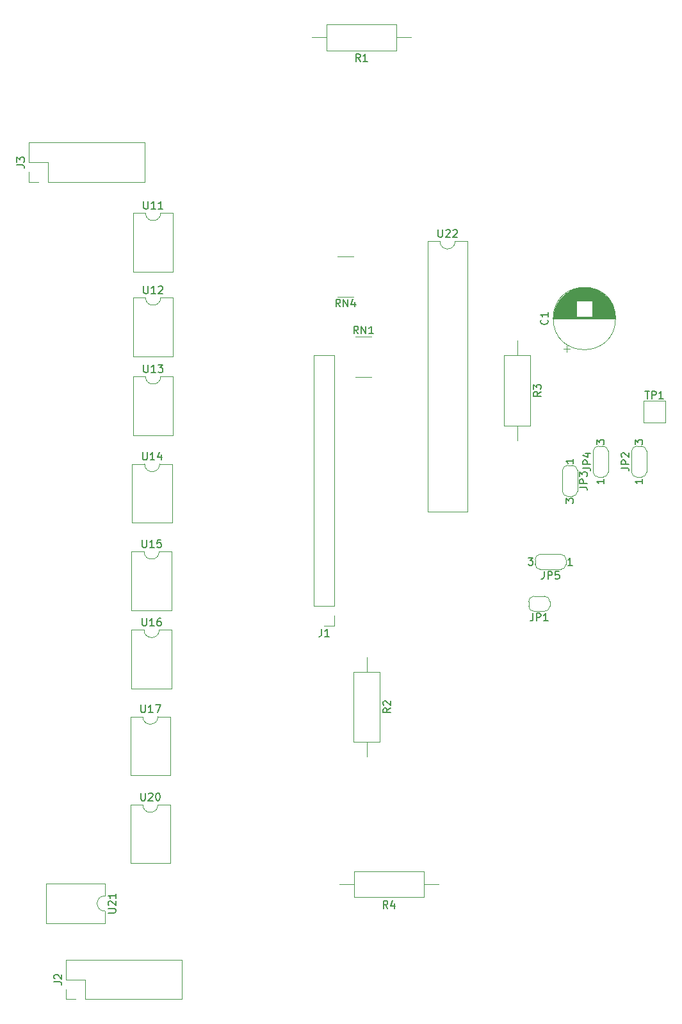
<source format=gbr>
%TF.GenerationSoftware,KiCad,Pcbnew,(5.1.9-0-10_14)*%
%TF.CreationDate,2021-02-14T15:56:36+00:00*%
%TF.ProjectId,solar_mux_1,736f6c61-725f-46d7-9578-5f312e6b6963,rev?*%
%TF.SameCoordinates,Original*%
%TF.FileFunction,Legend,Top*%
%TF.FilePolarity,Positive*%
%FSLAX46Y46*%
G04 Gerber Fmt 4.6, Leading zero omitted, Abs format (unit mm)*
G04 Created by KiCad (PCBNEW (5.1.9-0-10_14)) date 2021-02-14 15:56:36*
%MOMM*%
%LPD*%
G01*
G04 APERTURE LIST*
%ADD10C,0.120000*%
%ADD11C,0.150000*%
G04 APERTURE END LIST*
D10*
%TO.C,C1*%
X-180919000Y-122829000D02*
G75*
G03*
X-180919000Y-122829000I-4120000J0D01*
G01*
X-189119000Y-122829000D02*
X-180959000Y-122829000D01*
X-189119000Y-122789000D02*
X-180959000Y-122789000D01*
X-189119000Y-122749000D02*
X-180959000Y-122749000D01*
X-189118000Y-122709000D02*
X-180960000Y-122709000D01*
X-189116000Y-122669000D02*
X-180962000Y-122669000D01*
X-189115000Y-122629000D02*
X-180963000Y-122629000D01*
X-189113000Y-122589000D02*
X-186079000Y-122589000D01*
X-183999000Y-122589000D02*
X-180965000Y-122589000D01*
X-189110000Y-122549000D02*
X-186079000Y-122549000D01*
X-183999000Y-122549000D02*
X-180968000Y-122549000D01*
X-189107000Y-122509000D02*
X-186079000Y-122509000D01*
X-183999000Y-122509000D02*
X-180971000Y-122509000D01*
X-189104000Y-122469000D02*
X-186079000Y-122469000D01*
X-183999000Y-122469000D02*
X-180974000Y-122469000D01*
X-189100000Y-122429000D02*
X-186079000Y-122429000D01*
X-183999000Y-122429000D02*
X-180978000Y-122429000D01*
X-189096000Y-122389000D02*
X-186079000Y-122389000D01*
X-183999000Y-122389000D02*
X-180982000Y-122389000D01*
X-189091000Y-122349000D02*
X-186079000Y-122349000D01*
X-183999000Y-122349000D02*
X-180987000Y-122349000D01*
X-189087000Y-122309000D02*
X-186079000Y-122309000D01*
X-183999000Y-122309000D02*
X-180991000Y-122309000D01*
X-189081000Y-122269000D02*
X-186079000Y-122269000D01*
X-183999000Y-122269000D02*
X-180997000Y-122269000D01*
X-189076000Y-122229000D02*
X-186079000Y-122229000D01*
X-183999000Y-122229000D02*
X-181002000Y-122229000D01*
X-189069000Y-122189000D02*
X-186079000Y-122189000D01*
X-183999000Y-122189000D02*
X-181009000Y-122189000D01*
X-189063000Y-122149000D02*
X-186079000Y-122149000D01*
X-183999000Y-122149000D02*
X-181015000Y-122149000D01*
X-189056000Y-122108000D02*
X-186079000Y-122108000D01*
X-183999000Y-122108000D02*
X-181022000Y-122108000D01*
X-189049000Y-122068000D02*
X-186079000Y-122068000D01*
X-183999000Y-122068000D02*
X-181029000Y-122068000D01*
X-189041000Y-122028000D02*
X-186079000Y-122028000D01*
X-183999000Y-122028000D02*
X-181037000Y-122028000D01*
X-189033000Y-121988000D02*
X-186079000Y-121988000D01*
X-183999000Y-121988000D02*
X-181045000Y-121988000D01*
X-189024000Y-121948000D02*
X-186079000Y-121948000D01*
X-183999000Y-121948000D02*
X-181054000Y-121948000D01*
X-189015000Y-121908000D02*
X-186079000Y-121908000D01*
X-183999000Y-121908000D02*
X-181063000Y-121908000D01*
X-189006000Y-121868000D02*
X-186079000Y-121868000D01*
X-183999000Y-121868000D02*
X-181072000Y-121868000D01*
X-188996000Y-121828000D02*
X-186079000Y-121828000D01*
X-183999000Y-121828000D02*
X-181082000Y-121828000D01*
X-188986000Y-121788000D02*
X-186079000Y-121788000D01*
X-183999000Y-121788000D02*
X-181092000Y-121788000D01*
X-188975000Y-121748000D02*
X-186079000Y-121748000D01*
X-183999000Y-121748000D02*
X-181103000Y-121748000D01*
X-188964000Y-121708000D02*
X-186079000Y-121708000D01*
X-183999000Y-121708000D02*
X-181114000Y-121708000D01*
X-188953000Y-121668000D02*
X-186079000Y-121668000D01*
X-183999000Y-121668000D02*
X-181125000Y-121668000D01*
X-188941000Y-121628000D02*
X-186079000Y-121628000D01*
X-183999000Y-121628000D02*
X-181137000Y-121628000D01*
X-188928000Y-121588000D02*
X-186079000Y-121588000D01*
X-183999000Y-121588000D02*
X-181150000Y-121588000D01*
X-188916000Y-121548000D02*
X-186079000Y-121548000D01*
X-183999000Y-121548000D02*
X-181162000Y-121548000D01*
X-188902000Y-121508000D02*
X-186079000Y-121508000D01*
X-183999000Y-121508000D02*
X-181176000Y-121508000D01*
X-188889000Y-121468000D02*
X-186079000Y-121468000D01*
X-183999000Y-121468000D02*
X-181189000Y-121468000D01*
X-188874000Y-121428000D02*
X-186079000Y-121428000D01*
X-183999000Y-121428000D02*
X-181204000Y-121428000D01*
X-188860000Y-121388000D02*
X-186079000Y-121388000D01*
X-183999000Y-121388000D02*
X-181218000Y-121388000D01*
X-188844000Y-121348000D02*
X-186079000Y-121348000D01*
X-183999000Y-121348000D02*
X-181234000Y-121348000D01*
X-188829000Y-121308000D02*
X-186079000Y-121308000D01*
X-183999000Y-121308000D02*
X-181249000Y-121308000D01*
X-188813000Y-121268000D02*
X-186079000Y-121268000D01*
X-183999000Y-121268000D02*
X-181265000Y-121268000D01*
X-188796000Y-121228000D02*
X-186079000Y-121228000D01*
X-183999000Y-121228000D02*
X-181282000Y-121228000D01*
X-188779000Y-121188000D02*
X-186079000Y-121188000D01*
X-183999000Y-121188000D02*
X-181299000Y-121188000D01*
X-188761000Y-121148000D02*
X-186079000Y-121148000D01*
X-183999000Y-121148000D02*
X-181317000Y-121148000D01*
X-188743000Y-121108000D02*
X-186079000Y-121108000D01*
X-183999000Y-121108000D02*
X-181335000Y-121108000D01*
X-188725000Y-121068000D02*
X-186079000Y-121068000D01*
X-183999000Y-121068000D02*
X-181353000Y-121068000D01*
X-188705000Y-121028000D02*
X-186079000Y-121028000D01*
X-183999000Y-121028000D02*
X-181373000Y-121028000D01*
X-188686000Y-120988000D02*
X-186079000Y-120988000D01*
X-183999000Y-120988000D02*
X-181392000Y-120988000D01*
X-188666000Y-120948000D02*
X-186079000Y-120948000D01*
X-183999000Y-120948000D02*
X-181412000Y-120948000D01*
X-188645000Y-120908000D02*
X-186079000Y-120908000D01*
X-183999000Y-120908000D02*
X-181433000Y-120908000D01*
X-188623000Y-120868000D02*
X-186079000Y-120868000D01*
X-183999000Y-120868000D02*
X-181455000Y-120868000D01*
X-188601000Y-120828000D02*
X-186079000Y-120828000D01*
X-183999000Y-120828000D02*
X-181477000Y-120828000D01*
X-188579000Y-120788000D02*
X-186079000Y-120788000D01*
X-183999000Y-120788000D02*
X-181499000Y-120788000D01*
X-188556000Y-120748000D02*
X-186079000Y-120748000D01*
X-183999000Y-120748000D02*
X-181522000Y-120748000D01*
X-188532000Y-120708000D02*
X-186079000Y-120708000D01*
X-183999000Y-120708000D02*
X-181546000Y-120708000D01*
X-188508000Y-120668000D02*
X-186079000Y-120668000D01*
X-183999000Y-120668000D02*
X-181570000Y-120668000D01*
X-188483000Y-120628000D02*
X-186079000Y-120628000D01*
X-183999000Y-120628000D02*
X-181595000Y-120628000D01*
X-188457000Y-120588000D02*
X-186079000Y-120588000D01*
X-183999000Y-120588000D02*
X-181621000Y-120588000D01*
X-188431000Y-120548000D02*
X-186079000Y-120548000D01*
X-183999000Y-120548000D02*
X-181647000Y-120548000D01*
X-188404000Y-120508000D02*
X-181674000Y-120508000D01*
X-188377000Y-120468000D02*
X-181701000Y-120468000D01*
X-188348000Y-120428000D02*
X-181730000Y-120428000D01*
X-188319000Y-120388000D02*
X-181759000Y-120388000D01*
X-188289000Y-120348000D02*
X-181789000Y-120348000D01*
X-188259000Y-120308000D02*
X-181819000Y-120308000D01*
X-188228000Y-120268000D02*
X-181850000Y-120268000D01*
X-188195000Y-120228000D02*
X-181883000Y-120228000D01*
X-188163000Y-120188000D02*
X-181915000Y-120188000D01*
X-188129000Y-120148000D02*
X-181949000Y-120148000D01*
X-188094000Y-120108000D02*
X-181984000Y-120108000D01*
X-188058000Y-120068000D02*
X-182020000Y-120068000D01*
X-188022000Y-120028000D02*
X-182056000Y-120028000D01*
X-187984000Y-119988000D02*
X-182094000Y-119988000D01*
X-187946000Y-119948000D02*
X-182132000Y-119948000D01*
X-187906000Y-119908000D02*
X-182172000Y-119908000D01*
X-187865000Y-119868000D02*
X-182213000Y-119868000D01*
X-187823000Y-119828000D02*
X-182255000Y-119828000D01*
X-187780000Y-119788000D02*
X-182298000Y-119788000D01*
X-187736000Y-119748000D02*
X-182342000Y-119748000D01*
X-187690000Y-119708000D02*
X-182388000Y-119708000D01*
X-187643000Y-119668000D02*
X-182435000Y-119668000D01*
X-187595000Y-119628000D02*
X-182483000Y-119628000D01*
X-187544000Y-119588000D02*
X-182534000Y-119588000D01*
X-187493000Y-119548000D02*
X-182585000Y-119548000D01*
X-187439000Y-119508000D02*
X-182639000Y-119508000D01*
X-187384000Y-119468000D02*
X-182694000Y-119468000D01*
X-187326000Y-119428000D02*
X-182752000Y-119428000D01*
X-187267000Y-119388000D02*
X-182811000Y-119388000D01*
X-187205000Y-119348000D02*
X-182873000Y-119348000D01*
X-187141000Y-119308000D02*
X-182937000Y-119308000D01*
X-187073000Y-119268000D02*
X-183005000Y-119268000D01*
X-187003000Y-119228000D02*
X-183075000Y-119228000D01*
X-186929000Y-119188000D02*
X-183149000Y-119188000D01*
X-186852000Y-119148000D02*
X-183226000Y-119148000D01*
X-186770000Y-119108000D02*
X-183308000Y-119108000D01*
X-186684000Y-119068000D02*
X-183394000Y-119068000D01*
X-186591000Y-119028000D02*
X-183487000Y-119028000D01*
X-186492000Y-118988000D02*
X-183586000Y-118988000D01*
X-186385000Y-118948000D02*
X-183693000Y-118948000D01*
X-186268000Y-118908000D02*
X-183810000Y-118908000D01*
X-186137000Y-118868000D02*
X-183941000Y-118868000D01*
X-185987000Y-118828000D02*
X-184091000Y-118828000D01*
X-185807000Y-118788000D02*
X-184271000Y-118788000D01*
X-185572000Y-118748000D02*
X-184506000Y-118748000D01*
X-187354000Y-127238698D02*
X-187354000Y-126438698D01*
X-187754000Y-126838698D02*
X-186954000Y-126838698D01*
%TO.C,J1*%
X-218126000Y-127702000D02*
X-220786000Y-127702000D01*
X-218126000Y-160782000D02*
X-218126000Y-127702000D01*
X-220786000Y-160782000D02*
X-220786000Y-127702000D01*
X-218126000Y-160782000D02*
X-220786000Y-160782000D01*
X-218126000Y-162052000D02*
X-218126000Y-163382000D01*
X-218126000Y-163382000D02*
X-219456000Y-163382000D01*
%TO.C,J2*%
X-238242800Y-212708800D02*
X-238242800Y-207508800D01*
X-251002800Y-212708800D02*
X-238242800Y-212708800D01*
X-253602800Y-207508800D02*
X-238242800Y-207508800D01*
X-251002800Y-212708800D02*
X-251002800Y-210108800D01*
X-251002800Y-210108800D02*
X-253602800Y-210108800D01*
X-253602800Y-210108800D02*
X-253602800Y-207508800D01*
X-252272800Y-212708800D02*
X-253602800Y-212708800D01*
X-253602800Y-212708800D02*
X-253602800Y-211378800D01*
%TO.C,J3*%
X-258530400Y-104809600D02*
X-258530400Y-103479600D01*
X-257200400Y-104809600D02*
X-258530400Y-104809600D01*
X-258530400Y-102209600D02*
X-258530400Y-99609600D01*
X-255930400Y-102209600D02*
X-258530400Y-102209600D01*
X-255930400Y-104809600D02*
X-255930400Y-102209600D01*
X-258530400Y-99609600D02*
X-243170400Y-99609600D01*
X-255930400Y-104809600D02*
X-243170400Y-104809600D01*
X-243170400Y-104809600D02*
X-243170400Y-99609600D01*
%TO.C,JP1*%
X-189608000Y-160202600D02*
X-189608000Y-160802600D01*
X-191708000Y-159502600D02*
X-190308000Y-159502600D01*
X-192408000Y-160802600D02*
X-192408000Y-160202600D01*
X-190308000Y-161502600D02*
X-191708000Y-161502600D01*
X-191708000Y-161502600D02*
G75*
G02*
X-192408000Y-160802600I0J700000D01*
G01*
X-192408000Y-160202600D02*
G75*
G02*
X-191708000Y-159502600I700000J0D01*
G01*
X-190308000Y-159502600D02*
G75*
G02*
X-189608000Y-160202600I0J-700000D01*
G01*
X-189608000Y-160802600D02*
G75*
G02*
X-190308000Y-161502600I-700000J0D01*
G01*
%TO.C,JP2*%
X-178800000Y-143132000D02*
X-178800000Y-140332000D01*
X-178100000Y-139682000D02*
X-177500000Y-139682000D01*
X-176800000Y-140332000D02*
X-176800000Y-143132000D01*
X-177500000Y-143782000D02*
X-178100000Y-143782000D01*
X-178100000Y-143782000D02*
G75*
G02*
X-178800000Y-143082000I0J700000D01*
G01*
X-176800000Y-143082000D02*
G75*
G02*
X-177500000Y-143782000I-700000J0D01*
G01*
X-177500000Y-139682000D02*
G75*
G02*
X-176800000Y-140382000I0J-700000D01*
G01*
X-178800000Y-140382000D02*
G75*
G02*
X-178100000Y-139682000I700000J0D01*
G01*
%TO.C,JP3*%
X-187244000Y-142222000D02*
X-186644000Y-142222000D01*
X-187944000Y-145672000D02*
X-187944000Y-142872000D01*
X-186644000Y-146322000D02*
X-187244000Y-146322000D01*
X-185944000Y-142872000D02*
X-185944000Y-145672000D01*
X-185944000Y-145622000D02*
G75*
G02*
X-186644000Y-146322000I-700000J0D01*
G01*
X-187244000Y-146322000D02*
G75*
G02*
X-187944000Y-145622000I0J700000D01*
G01*
X-187944000Y-142922000D02*
G75*
G02*
X-187244000Y-142222000I700000J0D01*
G01*
X-186644000Y-142222000D02*
G75*
G02*
X-185944000Y-142922000I0J-700000D01*
G01*
%TO.C,JP4*%
X-183880000Y-143132000D02*
X-183880000Y-140332000D01*
X-183180000Y-139682000D02*
X-182580000Y-139682000D01*
X-181880000Y-140332000D02*
X-181880000Y-143132000D01*
X-182580000Y-143782000D02*
X-183180000Y-143782000D01*
X-183180000Y-143782000D02*
G75*
G02*
X-183880000Y-143082000I0J700000D01*
G01*
X-181880000Y-143082000D02*
G75*
G02*
X-182580000Y-143782000I-700000J0D01*
G01*
X-182580000Y-139682000D02*
G75*
G02*
X-181880000Y-140382000I0J-700000D01*
G01*
X-183880000Y-140382000D02*
G75*
G02*
X-183180000Y-139682000I700000J0D01*
G01*
%TO.C,JP5*%
X-187459400Y-154665400D02*
X-187459400Y-155265400D01*
X-190909400Y-153965400D02*
X-188109400Y-153965400D01*
X-191559400Y-155265400D02*
X-191559400Y-154665400D01*
X-188109400Y-155965400D02*
X-190909400Y-155965400D01*
X-190859400Y-155965400D02*
G75*
G02*
X-191559400Y-155265400I0J700000D01*
G01*
X-191559400Y-154665400D02*
G75*
G02*
X-190859400Y-153965400I700000J0D01*
G01*
X-188159400Y-153965400D02*
G75*
G02*
X-187459400Y-154665400I0J-700000D01*
G01*
X-187459400Y-155265400D02*
G75*
G02*
X-188159400Y-155965400I-700000J0D01*
G01*
%TO.C,R1*%
X-209883000Y-87445000D02*
X-209883000Y-84005000D01*
X-209883000Y-84005000D02*
X-219123000Y-84005000D01*
X-219123000Y-84005000D02*
X-219123000Y-87445000D01*
X-219123000Y-87445000D02*
X-209883000Y-87445000D01*
X-207923000Y-85725000D02*
X-209883000Y-85725000D01*
X-221083000Y-85725000D02*
X-219123000Y-85725000D01*
%TO.C,R2*%
X-213817200Y-180697000D02*
X-213817200Y-178737000D01*
X-213817200Y-167537000D02*
X-213817200Y-169497000D01*
X-212097200Y-178737000D02*
X-212097200Y-169497000D01*
X-215537200Y-178737000D02*
X-212097200Y-178737000D01*
X-215537200Y-169497000D02*
X-215537200Y-178737000D01*
X-212097200Y-169497000D02*
X-215537200Y-169497000D01*
%TO.C,R3*%
X-193929000Y-138914000D02*
X-193929000Y-136954000D01*
X-193929000Y-125754000D02*
X-193929000Y-127714000D01*
X-192209000Y-136954000D02*
X-192209000Y-127714000D01*
X-195649000Y-136954000D02*
X-192209000Y-136954000D01*
X-195649000Y-127714000D02*
X-195649000Y-136954000D01*
X-192209000Y-127714000D02*
X-195649000Y-127714000D01*
%TO.C,R4*%
X-206250800Y-199255800D02*
X-206250800Y-195815800D01*
X-206250800Y-195815800D02*
X-215490800Y-195815800D01*
X-215490800Y-195815800D02*
X-215490800Y-199255800D01*
X-215490800Y-199255800D02*
X-206250800Y-199255800D01*
X-204290800Y-197535800D02*
X-206250800Y-197535800D01*
X-217450800Y-197535800D02*
X-215490800Y-197535800D01*
%TO.C,RN1*%
X-213199000Y-125219000D02*
X-215299000Y-125219000D01*
X-213199000Y-130559000D02*
X-215299000Y-130559000D01*
%TO.C,RN4*%
X-217668820Y-114667840D02*
X-215568820Y-114667840D01*
X-217668820Y-120007840D02*
X-215568820Y-120007840D01*
%TO.C,TP1*%
X-177218000Y-133678000D02*
X-174318000Y-133678000D01*
X-174318000Y-133678000D02*
X-174318000Y-136578000D01*
X-174318000Y-136578000D02*
X-177218000Y-136578000D01*
X-177218000Y-136578000D02*
X-177218000Y-133678000D01*
%TO.C,U11*%
X-239412000Y-108906000D02*
X-241062000Y-108906000D01*
X-239412000Y-116646000D02*
X-239412000Y-108906000D01*
X-244712000Y-116646000D02*
X-239412000Y-116646000D01*
X-244712000Y-108906000D02*
X-244712000Y-116646000D01*
X-243062000Y-108906000D02*
X-244712000Y-108906000D01*
X-241062000Y-108906000D02*
G75*
G02*
X-243062000Y-108906000I-1000000J0D01*
G01*
%TO.C,U12*%
X-243062000Y-120082000D02*
X-244712000Y-120082000D01*
X-244712000Y-120082000D02*
X-244712000Y-127822000D01*
X-244712000Y-127822000D02*
X-239412000Y-127822000D01*
X-239412000Y-127822000D02*
X-239412000Y-120082000D01*
X-239412000Y-120082000D02*
X-241062000Y-120082000D01*
X-241062000Y-120082000D02*
G75*
G02*
X-243062000Y-120082000I-1000000J0D01*
G01*
%TO.C,U13*%
X-239412000Y-130496000D02*
X-241062000Y-130496000D01*
X-239412000Y-138236000D02*
X-239412000Y-130496000D01*
X-244712000Y-138236000D02*
X-239412000Y-138236000D01*
X-244712000Y-130496000D02*
X-244712000Y-138236000D01*
X-243062000Y-130496000D02*
X-244712000Y-130496000D01*
X-241062000Y-130496000D02*
G75*
G02*
X-243062000Y-130496000I-1000000J0D01*
G01*
%TO.C,U14*%
X-243189000Y-142053000D02*
X-244839000Y-142053000D01*
X-244839000Y-142053000D02*
X-244839000Y-149793000D01*
X-244839000Y-149793000D02*
X-239539000Y-149793000D01*
X-239539000Y-149793000D02*
X-239539000Y-142053000D01*
X-239539000Y-142053000D02*
X-241189000Y-142053000D01*
X-241189000Y-142053000D02*
G75*
G02*
X-243189000Y-142053000I-1000000J0D01*
G01*
%TO.C,U15*%
X-239602500Y-153610000D02*
X-241252500Y-153610000D01*
X-239602500Y-161350000D02*
X-239602500Y-153610000D01*
X-244902500Y-161350000D02*
X-239602500Y-161350000D01*
X-244902500Y-153610000D02*
X-244902500Y-161350000D01*
X-243252500Y-153610000D02*
X-244902500Y-153610000D01*
X-241252500Y-153610000D02*
G75*
G02*
X-243252500Y-153610000I-1000000J0D01*
G01*
%TO.C,U16*%
X-243252500Y-163960500D02*
X-244902500Y-163960500D01*
X-244902500Y-163960500D02*
X-244902500Y-171700500D01*
X-244902500Y-171700500D02*
X-239602500Y-171700500D01*
X-239602500Y-171700500D02*
X-239602500Y-163960500D01*
X-239602500Y-163960500D02*
X-241252500Y-163960500D01*
X-241252500Y-163960500D02*
G75*
G02*
X-243252500Y-163960500I-1000000J0D01*
G01*
%TO.C,U17*%
X-243417600Y-175403200D02*
X-245067600Y-175403200D01*
X-245067600Y-175403200D02*
X-245067600Y-183143200D01*
X-245067600Y-183143200D02*
X-239767600Y-183143200D01*
X-239767600Y-183143200D02*
X-239767600Y-175403200D01*
X-239767600Y-175403200D02*
X-241417600Y-175403200D01*
X-241417600Y-175403200D02*
G75*
G02*
X-243417600Y-175403200I-1000000J0D01*
G01*
%TO.C,U20*%
X-239767600Y-187036400D02*
X-241417600Y-187036400D01*
X-239767600Y-194776400D02*
X-239767600Y-187036400D01*
X-245067600Y-194776400D02*
X-239767600Y-194776400D01*
X-245067600Y-187036400D02*
X-245067600Y-194776400D01*
X-243417600Y-187036400D02*
X-245067600Y-187036400D01*
X-241417600Y-187036400D02*
G75*
G02*
X-243417600Y-187036400I-1000000J0D01*
G01*
%TO.C,U21*%
X-248453600Y-199075800D02*
X-248453600Y-197425800D01*
X-248453600Y-197425800D02*
X-256193600Y-197425800D01*
X-256193600Y-197425800D02*
X-256193600Y-202725800D01*
X-256193600Y-202725800D02*
X-248453600Y-202725800D01*
X-248453600Y-202725800D02*
X-248453600Y-201075800D01*
X-248453600Y-201075800D02*
G75*
G02*
X-248453600Y-199075800I0J1000000D01*
G01*
%TO.C,U22*%
X-204128880Y-112649960D02*
X-205778880Y-112649960D01*
X-205778880Y-112649960D02*
X-205778880Y-148329960D01*
X-205778880Y-148329960D02*
X-200478880Y-148329960D01*
X-200478880Y-148329960D02*
X-200478880Y-112649960D01*
X-200478880Y-112649960D02*
X-202128880Y-112649960D01*
X-202128880Y-112649960D02*
G75*
G02*
X-204128880Y-112649960I-1000000J0D01*
G01*
%TO.C,C1*%
D11*
X-189931857Y-122995666D02*
X-189884238Y-123043285D01*
X-189836619Y-123186142D01*
X-189836619Y-123281380D01*
X-189884238Y-123424238D01*
X-189979476Y-123519476D01*
X-190074714Y-123567095D01*
X-190265190Y-123614714D01*
X-190408047Y-123614714D01*
X-190598523Y-123567095D01*
X-190693761Y-123519476D01*
X-190789000Y-123424238D01*
X-190836619Y-123281380D01*
X-190836619Y-123186142D01*
X-190789000Y-123043285D01*
X-190741380Y-122995666D01*
X-189836619Y-122043285D02*
X-189836619Y-122614714D01*
X-189836619Y-122329000D02*
X-190836619Y-122329000D01*
X-190693761Y-122424238D01*
X-190598523Y-122519476D01*
X-190550904Y-122614714D01*
%TO.C,J1*%
X-219789333Y-163834380D02*
X-219789333Y-164548666D01*
X-219836952Y-164691523D01*
X-219932190Y-164786761D01*
X-220075047Y-164834380D01*
X-220170285Y-164834380D01*
X-218789333Y-164834380D02*
X-219360761Y-164834380D01*
X-219075047Y-164834380D02*
X-219075047Y-163834380D01*
X-219170285Y-163977238D01*
X-219265523Y-164072476D01*
X-219360761Y-164120095D01*
%TO.C,J2*%
X-255150419Y-210442133D02*
X-254436133Y-210442133D01*
X-254293276Y-210489752D01*
X-254198038Y-210584990D01*
X-254150419Y-210727847D01*
X-254150419Y-210823085D01*
X-255055180Y-210013561D02*
X-255102800Y-209965942D01*
X-255150419Y-209870704D01*
X-255150419Y-209632609D01*
X-255102800Y-209537371D01*
X-255055180Y-209489752D01*
X-254959942Y-209442133D01*
X-254864704Y-209442133D01*
X-254721847Y-209489752D01*
X-254150419Y-210061180D01*
X-254150419Y-209442133D01*
%TO.C,J3*%
X-260078019Y-102542933D02*
X-259363733Y-102542933D01*
X-259220876Y-102590552D01*
X-259125638Y-102685790D01*
X-259078019Y-102828647D01*
X-259078019Y-102923885D01*
X-260078019Y-102161980D02*
X-260078019Y-101542933D01*
X-259697066Y-101876266D01*
X-259697066Y-101733409D01*
X-259649447Y-101638171D01*
X-259601828Y-101590552D01*
X-259506590Y-101542933D01*
X-259268495Y-101542933D01*
X-259173257Y-101590552D01*
X-259125638Y-101638171D01*
X-259078019Y-101733409D01*
X-259078019Y-102019123D01*
X-259125638Y-102114361D01*
X-259173257Y-102161980D01*
%TO.C,JP1*%
X-191841333Y-161754980D02*
X-191841333Y-162469266D01*
X-191888952Y-162612123D01*
X-191984190Y-162707361D01*
X-192127047Y-162754980D01*
X-192222285Y-162754980D01*
X-191365142Y-162754980D02*
X-191365142Y-161754980D01*
X-190984190Y-161754980D01*
X-190888952Y-161802600D01*
X-190841333Y-161850219D01*
X-190793714Y-161945457D01*
X-190793714Y-162088314D01*
X-190841333Y-162183552D01*
X-190888952Y-162231171D01*
X-190984190Y-162278790D01*
X-191365142Y-162278790D01*
X-189841333Y-162754980D02*
X-190412761Y-162754980D01*
X-190127047Y-162754980D02*
X-190127047Y-161754980D01*
X-190222285Y-161897838D01*
X-190317523Y-161993076D01*
X-190412761Y-162040695D01*
%TO.C,JP2*%
X-180147619Y-142565333D02*
X-179433333Y-142565333D01*
X-179290476Y-142612952D01*
X-179195238Y-142708190D01*
X-179147619Y-142851047D01*
X-179147619Y-142946285D01*
X-179147619Y-142089142D02*
X-180147619Y-142089142D01*
X-180147619Y-141708190D01*
X-180100000Y-141612952D01*
X-180052380Y-141565333D01*
X-179957142Y-141517714D01*
X-179814285Y-141517714D01*
X-179719047Y-141565333D01*
X-179671428Y-141612952D01*
X-179623809Y-141708190D01*
X-179623809Y-142089142D01*
X-180052380Y-141136761D02*
X-180100000Y-141089142D01*
X-180147619Y-140993904D01*
X-180147619Y-140755809D01*
X-180100000Y-140660571D01*
X-180052380Y-140612952D01*
X-179957142Y-140565333D01*
X-179861904Y-140565333D01*
X-179719047Y-140612952D01*
X-179147619Y-141184380D01*
X-179147619Y-140565333D01*
X-177347619Y-144046285D02*
X-177347619Y-144617714D01*
X-177347619Y-144332000D02*
X-178347619Y-144332000D01*
X-178204761Y-144427238D01*
X-178109523Y-144522476D01*
X-178061904Y-144617714D01*
X-178347619Y-139465333D02*
X-178347619Y-138846285D01*
X-177966666Y-139179619D01*
X-177966666Y-139036761D01*
X-177919047Y-138941523D01*
X-177871428Y-138893904D01*
X-177776190Y-138846285D01*
X-177538095Y-138846285D01*
X-177442857Y-138893904D01*
X-177395238Y-138941523D01*
X-177347619Y-139036761D01*
X-177347619Y-139322476D01*
X-177395238Y-139417714D01*
X-177442857Y-139465333D01*
%TO.C,JP3*%
X-185691619Y-145105333D02*
X-184977333Y-145105333D01*
X-184834476Y-145152952D01*
X-184739238Y-145248190D01*
X-184691619Y-145391047D01*
X-184691619Y-145486285D01*
X-184691619Y-144629142D02*
X-185691619Y-144629142D01*
X-185691619Y-144248190D01*
X-185644000Y-144152952D01*
X-185596380Y-144105333D01*
X-185501142Y-144057714D01*
X-185358285Y-144057714D01*
X-185263047Y-144105333D01*
X-185215428Y-144152952D01*
X-185167809Y-144248190D01*
X-185167809Y-144629142D01*
X-185691619Y-143724380D02*
X-185691619Y-143105333D01*
X-185310666Y-143438666D01*
X-185310666Y-143295809D01*
X-185263047Y-143200571D01*
X-185215428Y-143152952D01*
X-185120190Y-143105333D01*
X-184882095Y-143105333D01*
X-184786857Y-143152952D01*
X-184739238Y-143200571D01*
X-184691619Y-143295809D01*
X-184691619Y-143581523D01*
X-184739238Y-143676761D01*
X-184786857Y-143724380D01*
X-187491619Y-147205333D02*
X-187491619Y-146586285D01*
X-187110666Y-146919619D01*
X-187110666Y-146776761D01*
X-187063047Y-146681523D01*
X-187015428Y-146633904D01*
X-186920190Y-146586285D01*
X-186682095Y-146586285D01*
X-186586857Y-146633904D01*
X-186539238Y-146681523D01*
X-186491619Y-146776761D01*
X-186491619Y-147062476D01*
X-186539238Y-147157714D01*
X-186586857Y-147205333D01*
X-186491619Y-141386285D02*
X-186491619Y-141957714D01*
X-186491619Y-141672000D02*
X-187491619Y-141672000D01*
X-187348761Y-141767238D01*
X-187253523Y-141862476D01*
X-187205904Y-141957714D01*
%TO.C,JP4*%
X-185227619Y-142565333D02*
X-184513333Y-142565333D01*
X-184370476Y-142612952D01*
X-184275238Y-142708190D01*
X-184227619Y-142851047D01*
X-184227619Y-142946285D01*
X-184227619Y-142089142D02*
X-185227619Y-142089142D01*
X-185227619Y-141708190D01*
X-185180000Y-141612952D01*
X-185132380Y-141565333D01*
X-185037142Y-141517714D01*
X-184894285Y-141517714D01*
X-184799047Y-141565333D01*
X-184751428Y-141612952D01*
X-184703809Y-141708190D01*
X-184703809Y-142089142D01*
X-184894285Y-140660571D02*
X-184227619Y-140660571D01*
X-185275238Y-140898666D02*
X-184560952Y-141136761D01*
X-184560952Y-140517714D01*
X-182427619Y-144046285D02*
X-182427619Y-144617714D01*
X-182427619Y-144332000D02*
X-183427619Y-144332000D01*
X-183284761Y-144427238D01*
X-183189523Y-144522476D01*
X-183141904Y-144617714D01*
X-183427619Y-139465333D02*
X-183427619Y-138846285D01*
X-183046666Y-139179619D01*
X-183046666Y-139036761D01*
X-182999047Y-138941523D01*
X-182951428Y-138893904D01*
X-182856190Y-138846285D01*
X-182618095Y-138846285D01*
X-182522857Y-138893904D01*
X-182475238Y-138941523D01*
X-182427619Y-139036761D01*
X-182427619Y-139322476D01*
X-182475238Y-139417714D01*
X-182522857Y-139465333D01*
%TO.C,JP5*%
X-190342733Y-156217780D02*
X-190342733Y-156932066D01*
X-190390352Y-157074923D01*
X-190485590Y-157170161D01*
X-190628447Y-157217780D01*
X-190723685Y-157217780D01*
X-189866542Y-157217780D02*
X-189866542Y-156217780D01*
X-189485590Y-156217780D01*
X-189390352Y-156265400D01*
X-189342733Y-156313019D01*
X-189295114Y-156408257D01*
X-189295114Y-156551114D01*
X-189342733Y-156646352D01*
X-189390352Y-156693971D01*
X-189485590Y-156741590D01*
X-189866542Y-156741590D01*
X-188390352Y-156217780D02*
X-188866542Y-156217780D01*
X-188914161Y-156693971D01*
X-188866542Y-156646352D01*
X-188771304Y-156598733D01*
X-188533209Y-156598733D01*
X-188437971Y-156646352D01*
X-188390352Y-156693971D01*
X-188342733Y-156789209D01*
X-188342733Y-157027304D01*
X-188390352Y-157122542D01*
X-188437971Y-157170161D01*
X-188533209Y-157217780D01*
X-188771304Y-157217780D01*
X-188866542Y-157170161D01*
X-188914161Y-157122542D01*
X-192442733Y-154417780D02*
X-191823685Y-154417780D01*
X-192157019Y-154798733D01*
X-192014161Y-154798733D01*
X-191918923Y-154846352D01*
X-191871304Y-154893971D01*
X-191823685Y-154989209D01*
X-191823685Y-155227304D01*
X-191871304Y-155322542D01*
X-191918923Y-155370161D01*
X-192014161Y-155417780D01*
X-192299876Y-155417780D01*
X-192395114Y-155370161D01*
X-192442733Y-155322542D01*
X-186623685Y-155417780D02*
X-187195114Y-155417780D01*
X-186909400Y-155417780D02*
X-186909400Y-154417780D01*
X-187004638Y-154560638D01*
X-187099876Y-154655876D01*
X-187195114Y-154703495D01*
%TO.C,R1*%
X-214669666Y-88897380D02*
X-215003000Y-88421190D01*
X-215241095Y-88897380D02*
X-215241095Y-87897380D01*
X-214860142Y-87897380D01*
X-214764904Y-87945000D01*
X-214717285Y-87992619D01*
X-214669666Y-88087857D01*
X-214669666Y-88230714D01*
X-214717285Y-88325952D01*
X-214764904Y-88373571D01*
X-214860142Y-88421190D01*
X-215241095Y-88421190D01*
X-213717285Y-88897380D02*
X-214288714Y-88897380D01*
X-214003000Y-88897380D02*
X-214003000Y-87897380D01*
X-214098238Y-88040238D01*
X-214193476Y-88135476D01*
X-214288714Y-88183095D01*
%TO.C,R2*%
X-210644819Y-174283666D02*
X-211121009Y-174617000D01*
X-210644819Y-174855095D02*
X-211644819Y-174855095D01*
X-211644819Y-174474142D01*
X-211597200Y-174378904D01*
X-211549580Y-174331285D01*
X-211454342Y-174283666D01*
X-211311485Y-174283666D01*
X-211216247Y-174331285D01*
X-211168628Y-174378904D01*
X-211121009Y-174474142D01*
X-211121009Y-174855095D01*
X-211549580Y-173902714D02*
X-211597200Y-173855095D01*
X-211644819Y-173759857D01*
X-211644819Y-173521761D01*
X-211597200Y-173426523D01*
X-211549580Y-173378904D01*
X-211454342Y-173331285D01*
X-211359104Y-173331285D01*
X-211216247Y-173378904D01*
X-210644819Y-173950333D01*
X-210644819Y-173331285D01*
%TO.C,R3*%
X-190756619Y-132500666D02*
X-191232809Y-132834000D01*
X-190756619Y-133072095D02*
X-191756619Y-133072095D01*
X-191756619Y-132691142D01*
X-191709000Y-132595904D01*
X-191661380Y-132548285D01*
X-191566142Y-132500666D01*
X-191423285Y-132500666D01*
X-191328047Y-132548285D01*
X-191280428Y-132595904D01*
X-191232809Y-132691142D01*
X-191232809Y-133072095D01*
X-191756619Y-132167333D02*
X-191756619Y-131548285D01*
X-191375666Y-131881619D01*
X-191375666Y-131738761D01*
X-191328047Y-131643523D01*
X-191280428Y-131595904D01*
X-191185190Y-131548285D01*
X-190947095Y-131548285D01*
X-190851857Y-131595904D01*
X-190804238Y-131643523D01*
X-190756619Y-131738761D01*
X-190756619Y-132024476D01*
X-190804238Y-132119714D01*
X-190851857Y-132167333D01*
%TO.C,R4*%
X-211037466Y-200708180D02*
X-211370800Y-200231990D01*
X-211608895Y-200708180D02*
X-211608895Y-199708180D01*
X-211227942Y-199708180D01*
X-211132704Y-199755800D01*
X-211085085Y-199803419D01*
X-211037466Y-199898657D01*
X-211037466Y-200041514D01*
X-211085085Y-200136752D01*
X-211132704Y-200184371D01*
X-211227942Y-200231990D01*
X-211608895Y-200231990D01*
X-210180323Y-200041514D02*
X-210180323Y-200708180D01*
X-210418419Y-199660561D02*
X-210656514Y-200374847D01*
X-210037466Y-200374847D01*
%TO.C,RN1*%
X-214939476Y-124841380D02*
X-215272809Y-124365190D01*
X-215510904Y-124841380D02*
X-215510904Y-123841380D01*
X-215129952Y-123841380D01*
X-215034714Y-123889000D01*
X-214987095Y-123936619D01*
X-214939476Y-124031857D01*
X-214939476Y-124174714D01*
X-214987095Y-124269952D01*
X-215034714Y-124317571D01*
X-215129952Y-124365190D01*
X-215510904Y-124365190D01*
X-214510904Y-124841380D02*
X-214510904Y-123841380D01*
X-213939476Y-124841380D01*
X-213939476Y-123841380D01*
X-212939476Y-124841380D02*
X-213510904Y-124841380D01*
X-213225190Y-124841380D02*
X-213225190Y-123841380D01*
X-213320428Y-123984238D01*
X-213415666Y-124079476D01*
X-213510904Y-124127095D01*
%TO.C,RN4*%
X-217309296Y-121290220D02*
X-217642629Y-120814030D01*
X-217880724Y-121290220D02*
X-217880724Y-120290220D01*
X-217499772Y-120290220D01*
X-217404534Y-120337840D01*
X-217356915Y-120385459D01*
X-217309296Y-120480697D01*
X-217309296Y-120623554D01*
X-217356915Y-120718792D01*
X-217404534Y-120766411D01*
X-217499772Y-120814030D01*
X-217880724Y-120814030D01*
X-216880724Y-121290220D02*
X-216880724Y-120290220D01*
X-216309296Y-121290220D01*
X-216309296Y-120290220D01*
X-215404534Y-120623554D02*
X-215404534Y-121290220D01*
X-215642629Y-120242601D02*
X-215880724Y-120956887D01*
X-215261677Y-120956887D01*
%TO.C,TP1*%
X-177029904Y-132432380D02*
X-176458476Y-132432380D01*
X-176744190Y-133432380D02*
X-176744190Y-132432380D01*
X-176125142Y-133432380D02*
X-176125142Y-132432380D01*
X-175744190Y-132432380D01*
X-175648952Y-132480000D01*
X-175601333Y-132527619D01*
X-175553714Y-132622857D01*
X-175553714Y-132765714D01*
X-175601333Y-132860952D01*
X-175648952Y-132908571D01*
X-175744190Y-132956190D01*
X-176125142Y-132956190D01*
X-174601333Y-133432380D02*
X-175172761Y-133432380D01*
X-174887047Y-133432380D02*
X-174887047Y-132432380D01*
X-174982285Y-132575238D01*
X-175077523Y-132670476D01*
X-175172761Y-132718095D01*
%TO.C,U11*%
X-243300095Y-107358380D02*
X-243300095Y-108167904D01*
X-243252476Y-108263142D01*
X-243204857Y-108310761D01*
X-243109619Y-108358380D01*
X-242919142Y-108358380D01*
X-242823904Y-108310761D01*
X-242776285Y-108263142D01*
X-242728666Y-108167904D01*
X-242728666Y-107358380D01*
X-241728666Y-108358380D02*
X-242300095Y-108358380D01*
X-242014380Y-108358380D02*
X-242014380Y-107358380D01*
X-242109619Y-107501238D01*
X-242204857Y-107596476D01*
X-242300095Y-107644095D01*
X-240776285Y-108358380D02*
X-241347714Y-108358380D01*
X-241062000Y-108358380D02*
X-241062000Y-107358380D01*
X-241157238Y-107501238D01*
X-241252476Y-107596476D01*
X-241347714Y-107644095D01*
%TO.C,U12*%
X-243300095Y-118534380D02*
X-243300095Y-119343904D01*
X-243252476Y-119439142D01*
X-243204857Y-119486761D01*
X-243109619Y-119534380D01*
X-242919142Y-119534380D01*
X-242823904Y-119486761D01*
X-242776285Y-119439142D01*
X-242728666Y-119343904D01*
X-242728666Y-118534380D01*
X-241728666Y-119534380D02*
X-242300095Y-119534380D01*
X-242014380Y-119534380D02*
X-242014380Y-118534380D01*
X-242109619Y-118677238D01*
X-242204857Y-118772476D01*
X-242300095Y-118820095D01*
X-241347714Y-118629619D02*
X-241300095Y-118582000D01*
X-241204857Y-118534380D01*
X-240966761Y-118534380D01*
X-240871523Y-118582000D01*
X-240823904Y-118629619D01*
X-240776285Y-118724857D01*
X-240776285Y-118820095D01*
X-240823904Y-118962952D01*
X-241395333Y-119534380D01*
X-240776285Y-119534380D01*
%TO.C,U13*%
X-243300095Y-128948380D02*
X-243300095Y-129757904D01*
X-243252476Y-129853142D01*
X-243204857Y-129900761D01*
X-243109619Y-129948380D01*
X-242919142Y-129948380D01*
X-242823904Y-129900761D01*
X-242776285Y-129853142D01*
X-242728666Y-129757904D01*
X-242728666Y-128948380D01*
X-241728666Y-129948380D02*
X-242300095Y-129948380D01*
X-242014380Y-129948380D02*
X-242014380Y-128948380D01*
X-242109619Y-129091238D01*
X-242204857Y-129186476D01*
X-242300095Y-129234095D01*
X-241395333Y-128948380D02*
X-240776285Y-128948380D01*
X-241109619Y-129329333D01*
X-240966761Y-129329333D01*
X-240871523Y-129376952D01*
X-240823904Y-129424571D01*
X-240776285Y-129519809D01*
X-240776285Y-129757904D01*
X-240823904Y-129853142D01*
X-240871523Y-129900761D01*
X-240966761Y-129948380D01*
X-241252476Y-129948380D01*
X-241347714Y-129900761D01*
X-241395333Y-129853142D01*
%TO.C,U14*%
X-243427095Y-140505380D02*
X-243427095Y-141314904D01*
X-243379476Y-141410142D01*
X-243331857Y-141457761D01*
X-243236619Y-141505380D01*
X-243046142Y-141505380D01*
X-242950904Y-141457761D01*
X-242903285Y-141410142D01*
X-242855666Y-141314904D01*
X-242855666Y-140505380D01*
X-241855666Y-141505380D02*
X-242427095Y-141505380D01*
X-242141380Y-141505380D02*
X-242141380Y-140505380D01*
X-242236619Y-140648238D01*
X-242331857Y-140743476D01*
X-242427095Y-140791095D01*
X-240998523Y-140838714D02*
X-240998523Y-141505380D01*
X-241236619Y-140457761D02*
X-241474714Y-141172047D01*
X-240855666Y-141172047D01*
%TO.C,U15*%
X-243490595Y-152062380D02*
X-243490595Y-152871904D01*
X-243442976Y-152967142D01*
X-243395357Y-153014761D01*
X-243300119Y-153062380D01*
X-243109642Y-153062380D01*
X-243014404Y-153014761D01*
X-242966785Y-152967142D01*
X-242919166Y-152871904D01*
X-242919166Y-152062380D01*
X-241919166Y-153062380D02*
X-242490595Y-153062380D01*
X-242204880Y-153062380D02*
X-242204880Y-152062380D01*
X-242300119Y-152205238D01*
X-242395357Y-152300476D01*
X-242490595Y-152348095D01*
X-241014404Y-152062380D02*
X-241490595Y-152062380D01*
X-241538214Y-152538571D01*
X-241490595Y-152490952D01*
X-241395357Y-152443333D01*
X-241157261Y-152443333D01*
X-241062023Y-152490952D01*
X-241014404Y-152538571D01*
X-240966785Y-152633809D01*
X-240966785Y-152871904D01*
X-241014404Y-152967142D01*
X-241062023Y-153014761D01*
X-241157261Y-153062380D01*
X-241395357Y-153062380D01*
X-241490595Y-153014761D01*
X-241538214Y-152967142D01*
%TO.C,U16*%
X-243490595Y-162412880D02*
X-243490595Y-163222404D01*
X-243442976Y-163317642D01*
X-243395357Y-163365261D01*
X-243300119Y-163412880D01*
X-243109642Y-163412880D01*
X-243014404Y-163365261D01*
X-242966785Y-163317642D01*
X-242919166Y-163222404D01*
X-242919166Y-162412880D01*
X-241919166Y-163412880D02*
X-242490595Y-163412880D01*
X-242204880Y-163412880D02*
X-242204880Y-162412880D01*
X-242300119Y-162555738D01*
X-242395357Y-162650976D01*
X-242490595Y-162698595D01*
X-241062023Y-162412880D02*
X-241252500Y-162412880D01*
X-241347738Y-162460500D01*
X-241395357Y-162508119D01*
X-241490595Y-162650976D01*
X-241538214Y-162841452D01*
X-241538214Y-163222404D01*
X-241490595Y-163317642D01*
X-241442976Y-163365261D01*
X-241347738Y-163412880D01*
X-241157261Y-163412880D01*
X-241062023Y-163365261D01*
X-241014404Y-163317642D01*
X-240966785Y-163222404D01*
X-240966785Y-162984309D01*
X-241014404Y-162889071D01*
X-241062023Y-162841452D01*
X-241157261Y-162793833D01*
X-241347738Y-162793833D01*
X-241442976Y-162841452D01*
X-241490595Y-162889071D01*
X-241538214Y-162984309D01*
%TO.C,U17*%
X-243655695Y-173855580D02*
X-243655695Y-174665104D01*
X-243608076Y-174760342D01*
X-243560457Y-174807961D01*
X-243465219Y-174855580D01*
X-243274742Y-174855580D01*
X-243179504Y-174807961D01*
X-243131885Y-174760342D01*
X-243084266Y-174665104D01*
X-243084266Y-173855580D01*
X-242084266Y-174855580D02*
X-242655695Y-174855580D01*
X-242369980Y-174855580D02*
X-242369980Y-173855580D01*
X-242465219Y-173998438D01*
X-242560457Y-174093676D01*
X-242655695Y-174141295D01*
X-241750933Y-173855580D02*
X-241084266Y-173855580D01*
X-241512838Y-174855580D01*
%TO.C,U20*%
X-243655695Y-185488780D02*
X-243655695Y-186298304D01*
X-243608076Y-186393542D01*
X-243560457Y-186441161D01*
X-243465219Y-186488780D01*
X-243274742Y-186488780D01*
X-243179504Y-186441161D01*
X-243131885Y-186393542D01*
X-243084266Y-186298304D01*
X-243084266Y-185488780D01*
X-242655695Y-185584019D02*
X-242608076Y-185536400D01*
X-242512838Y-185488780D01*
X-242274742Y-185488780D01*
X-242179504Y-185536400D01*
X-242131885Y-185584019D01*
X-242084266Y-185679257D01*
X-242084266Y-185774495D01*
X-242131885Y-185917352D01*
X-242703314Y-186488780D01*
X-242084266Y-186488780D01*
X-241465219Y-185488780D02*
X-241369980Y-185488780D01*
X-241274742Y-185536400D01*
X-241227123Y-185584019D01*
X-241179504Y-185679257D01*
X-241131885Y-185869733D01*
X-241131885Y-186107828D01*
X-241179504Y-186298304D01*
X-241227123Y-186393542D01*
X-241274742Y-186441161D01*
X-241369980Y-186488780D01*
X-241465219Y-186488780D01*
X-241560457Y-186441161D01*
X-241608076Y-186393542D01*
X-241655695Y-186298304D01*
X-241703314Y-186107828D01*
X-241703314Y-185869733D01*
X-241655695Y-185679257D01*
X-241608076Y-185584019D01*
X-241560457Y-185536400D01*
X-241465219Y-185488780D01*
%TO.C,U21*%
X-248001219Y-201313895D02*
X-247191695Y-201313895D01*
X-247096457Y-201266276D01*
X-247048838Y-201218657D01*
X-247001219Y-201123419D01*
X-247001219Y-200932942D01*
X-247048838Y-200837704D01*
X-247096457Y-200790085D01*
X-247191695Y-200742466D01*
X-248001219Y-200742466D01*
X-247905980Y-200313895D02*
X-247953600Y-200266276D01*
X-248001219Y-200171038D01*
X-248001219Y-199932942D01*
X-247953600Y-199837704D01*
X-247905980Y-199790085D01*
X-247810742Y-199742466D01*
X-247715504Y-199742466D01*
X-247572647Y-199790085D01*
X-247001219Y-200361514D01*
X-247001219Y-199742466D01*
X-247001219Y-198790085D02*
X-247001219Y-199361514D01*
X-247001219Y-199075800D02*
X-248001219Y-199075800D01*
X-247858361Y-199171038D01*
X-247763123Y-199266276D01*
X-247715504Y-199361514D01*
%TO.C,U22*%
X-204366975Y-111102340D02*
X-204366975Y-111911864D01*
X-204319356Y-112007102D01*
X-204271737Y-112054721D01*
X-204176499Y-112102340D01*
X-203986022Y-112102340D01*
X-203890784Y-112054721D01*
X-203843165Y-112007102D01*
X-203795546Y-111911864D01*
X-203795546Y-111102340D01*
X-203366975Y-111197579D02*
X-203319356Y-111149960D01*
X-203224118Y-111102340D01*
X-202986022Y-111102340D01*
X-202890784Y-111149960D01*
X-202843165Y-111197579D01*
X-202795546Y-111292817D01*
X-202795546Y-111388055D01*
X-202843165Y-111530912D01*
X-203414594Y-112102340D01*
X-202795546Y-112102340D01*
X-202414594Y-111197579D02*
X-202366975Y-111149960D01*
X-202271737Y-111102340D01*
X-202033641Y-111102340D01*
X-201938403Y-111149960D01*
X-201890784Y-111197579D01*
X-201843165Y-111292817D01*
X-201843165Y-111388055D01*
X-201890784Y-111530912D01*
X-202462213Y-112102340D01*
X-201843165Y-112102340D01*
%TD*%
M02*

</source>
